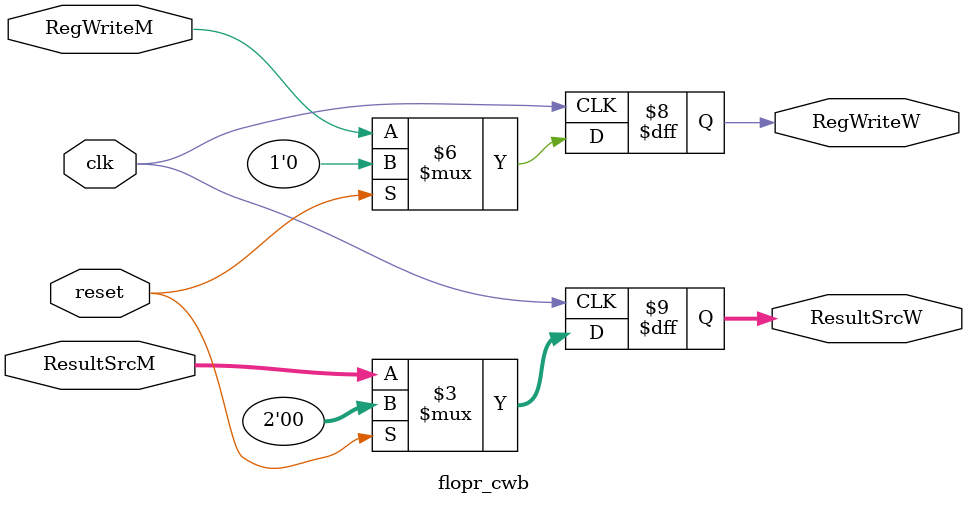
<source format=v>
/*
 * Module: flopr_cwb
 * Description: Pipeline Register (M/W Stage) with Synchronous Reset.
 * Passes control signals from the Memory stage (M) to the Write-Back stage (W).
 */
module flopr_cwb (
    // Inputs (Control & Clock)
    input wire clk,         // 1. Clock
    input wire reset,       // 2. Synchronous Reset (Active High)

    // Data Signals (M -> W)
    // RegWrite
    input wire RegWriteM,   // 3. Register Write Enable (Memory) - M input
    output reg RegWriteW,   // 4. Register Write Enable (Write-Back) - W output

    // ResultSrc
    input wire [1:0] ResultSrcM,  // 5. Result Source Select (Memory) - M input
    output reg [1:0] ResultSrcW   // 6. Result Source Select (Write-Back) - W output
);

    // --- Register Logic ---
    // The reset is now synchronous, meaning it only takes effect on the positive clock edge.
    
    always @(posedge clk) begin
        if (reset) begin
            // Synchronous Reset: Clear all control signals (NOP state)
            // This occurs only on the positive edge of the clock.
            RegWriteW   <= 1'b0;
            ResultSrcW  <= 2'b00;
        end else begin
            // Synchronous Load: Capture the data from the M stage
            RegWriteW   <= RegWriteM;
            ResultSrcW  <= ResultSrcM;
        end
    end

endmodule

</source>
